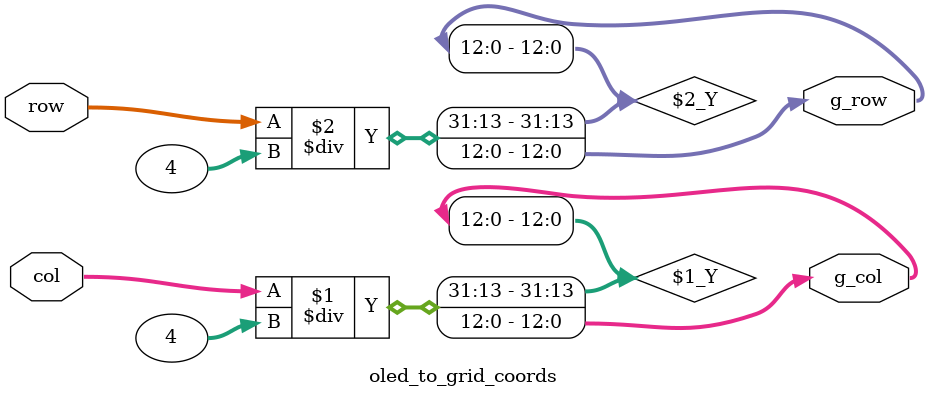
<source format=v>
`timescale 1ns / 1ps

//assuming a PORTRAIT LAYOUT
module oled_to_grid_coords(input [12:0] row, col, output [12:0] g_row, g_col);
    assign g_col = col/4;
    assign g_row = row/4;
endmodule

</source>
